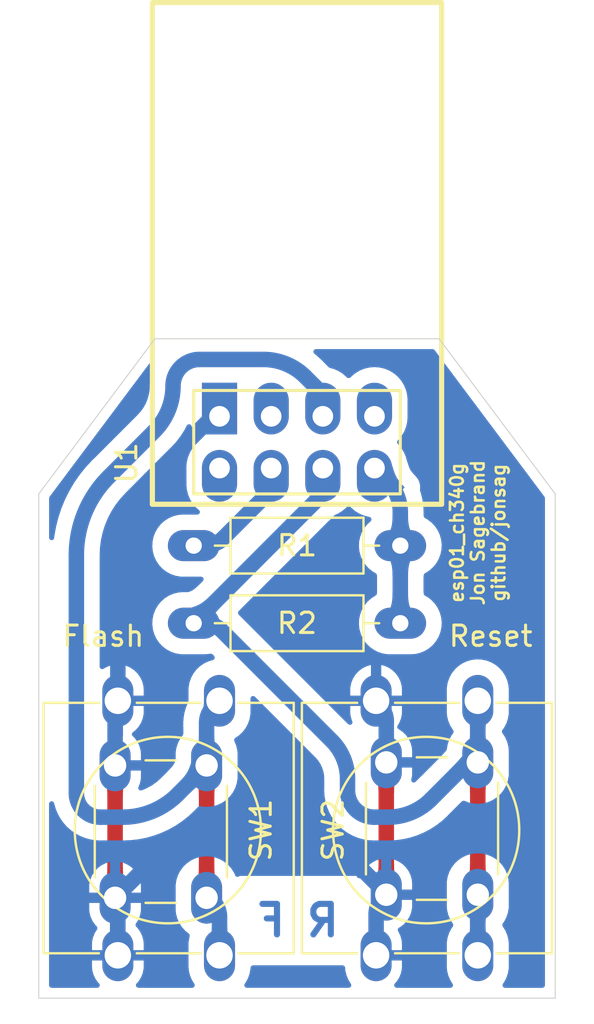
<source format=kicad_pcb>
(kicad_pcb (version 20240108) (generator "pcbnew") (generator_version "8.0")
  (title_block (title "esp-01_ch340g") (date "2022-10-23") (rev "0.1"))
  (layers (0 "F.Cu" signal) (31 "B.Cu" signal) (34 "B.Paste" user) (35 "F.Paste" user) (36 "B.SilkS" user "B.Silkscreen") (37 "F.SilkS" user "F.Silkscreen") (38 "B.Mask" user) (39 "F.Mask" user) (44 "Edge.Cuts" user))
  (net 0 "")
  (net 1 "Net-(R1-Pad2)")
  (net 2 "VCC")
  (net 3 "Net-(R2-Pad2)")
  (net 4 "GND")
  (net 5 "Net-(SW3-Pad1)")
  (footprint "My_Misc:R_Axial_DIN0207_L6.3mm_D2.5mm_P10.16mm_Horizontal_larger_pads" (layer "F.Cu") (at 162.56 81.915 180)
    (property "Reference" "R1" (at 5.08 0 0) (layer "F.SilkS"))
    (property "Value" "10k" (hide yes))
    (fp_line (start 9.12 0) (end 8.35 0) (stroke (width 0.12)) (layer "F.SilkS"))
    (fp_line (start 8.35 1.37) (end 8.35 -1.37) (stroke (width 0.12)) (layer "F.SilkS"))
    (fp_line (start 8.35 -1.37) (end 1.81 -1.37) (stroke (width 0.12)) (layer "F.SilkS"))
    (fp_line (start 1.81 1.37) (end 8.35 1.37) (stroke (width 0.12)) (layer "F.SilkS"))
    (fp_line (start 1.81 -1.37) (end 1.81 1.37) (stroke (width 0.12)) (layer "F.SilkS"))
    (fp_line (start 1.04 0) (end 1.81 0) (stroke (width 0.12)) (layer "F.SilkS"))
    (pad "1" thru_hole oval (at 0 0 180) (size 2.54 1.524) (drill 0.8) (layers "*.Cu" "*.Mask") (net 2 "VCC"))
    (pad "2" thru_hole oval (at 10.16 0 180) (size 2.54 1.524) (drill 0.8) (layers "*.Cu" "*.Mask") (net 1 "Net-(R1-Pad2)"))
  )
  (footprint "My_Misc:R_Axial_DIN0207_L6.3mm_D2.5mm_P10.16mm_Horizontal_larger_pads" (layer "F.Cu") (at 162.56 85.725 180)
    (property "Reference" "R2" (at 5.08 0 0) (layer "F.SilkS"))
    (property "Value" "10k" (hide yes))
    (fp_line (start 9.12 0) (end 8.35 0) (stroke (width 0.12)) (layer "F.SilkS"))
    (fp_line (start 8.35 1.37) (end 8.35 -1.37) (stroke (width 0.12)) (layer "F.SilkS"))
    (fp_line (start 8.35 -1.37) (end 1.81 -1.37) (stroke (width 0.12)) (layer "F.SilkS"))
    (fp_line (start 1.81 1.37) (end 8.35 1.37) (stroke (width 0.12)) (layer "F.SilkS"))
    (fp_line (start 1.81 -1.37) (end 1.81 1.37) (stroke (width 0.12)) (layer "F.SilkS"))
    (fp_line (start 1.04 0) (end 1.81 0) (stroke (width 0.12)) (layer "F.SilkS"))
    (pad "1" thru_hole oval (at 0 0 180) (size 2.54 1.524) (drill 0.8) (layers "*.Cu" "*.Mask") (net 2 "VCC"))
    (pad "2" thru_hole oval (at 10.16 0 180) (size 2.54 1.524) (drill 0.8) (layers "*.Cu" "*.Mask") (net 3 "Net-(R2-Pad2)"))
  )
  (footprint "My_Misc:SW_PUSH-12mm_large" (layer "F.Cu") (at 153.67 89.535 -90)
    (property "Reference" "SW1" (at 6.35 -2.03905 90) (layer "F.SilkS"))
    (property "Value" "Flash 12mm")
    (fp_line (start 0.1 8.65) (end 0.1 5.93) (stroke (width 0.12)) (layer "F.SilkS"))
    (fp_line (start 12.4 8.65) (end 0.1 8.65) (stroke (width 0.12)) (layer "F.SilkS"))
    (fp_line (start 12.4 5.93) (end 12.4 8.65) (stroke (width 0.12)) (layer "F.SilkS"))
    (fp_line (start 0.1 4.07) (end 0.1 0.93) (stroke (width 0.12)) (layer "F.SilkS"))
    (fp_line (start 12.4 0.93) (end 12.4 4.07) (stroke (width 0.12)) (layer "F.SilkS"))
    (fp_line (start 0.1 -0.93) (end 0.1 -3.65) (stroke (width 0.12)) (layer "F.SilkS"))
    (fp_line (start 0.1 -3.65) (end 12.4 -3.65) (stroke (width 0.12)) (layer "F.SilkS"))
    (fp_line (start 12.4 -3.65) (end 12.4 -0.93) (stroke (width 0.12)) (layer "F.SilkS"))
    (fp_circle (center 6.35 2.54) (end 10.16 5.08) (stroke (width 0.12)) (fill none) (layer "F.SilkS"))
    (pad "1" thru_hole oval (at 0 0 270) (size 2.54 1.524) (drill 1.3) (layers "*.Cu" "*.Mask") (net 5 "Net-(SW3-Pad1)"))
    (pad "1" thru_hole oval (at 12.5 0 270) (size 2.54 1.524) (drill 1.3) (layers "*.Cu" "*.Mask") (net 5 "Net-(SW3-Pad1)"))
    (pad "2" thru_hole oval (at 0 5 270) (size 2.54 1.524) (drill 1.3) (layers "*.Cu" "*.Mask") (net 4 "GND"))
    (pad "2" thru_hole oval (at 12.5 5 270) (size 2.54 1.524) (drill 1.3) (layers "*.Cu" "*.Mask") (net 4 "GND"))
  )
  (footprint "My_Misc:SW_PUSH-12mm_large" (layer "F.Cu") (at 166.37 89.535 -90)
    (property "Reference" "SW2" (at 6.35 7.11905 90) (layer "F.SilkS"))
    (property "Value" "Reset 12mm")
    (fp_line (start 0.1 8.65) (end 0.1 5.93) (stroke (width 0.12)) (layer "F.SilkS"))
    (fp_line (start 12.4 8.65) (end 0.1 8.65) (stroke (width 0.12)) (layer "F.SilkS"))
    (fp_line (start 12.4 5.93) (end 12.4 8.65) (stroke (width 0.12)) (layer "F.SilkS"))
    (fp_line (start 0.1 4.07) (end 0.1 0.93) (stroke (width 0.12)) (layer "F.SilkS"))
    (fp_line (start 12.4 0.93) (end 12.4 4.07) (stroke (width 0.12)) (layer "F.SilkS"))
    (fp_line (start 0.1 -0.93) (end 0.1 -3.65) (stroke (width 0.12)) (layer "F.SilkS"))
    (fp_line (start 0.1 -3.65) (end 12.4 -3.65) (stroke (width 0.12)) (layer "F.SilkS"))
    (fp_line (start 12.4 -3.65) (end 12.4 -0.93) (stroke (width 0.12)) (layer "F.SilkS"))
    (fp_circle (center 6.35 2.54) (end 10.16 5.08) (stroke (width 0.12)) (fill none) (layer "F.SilkS"))
    (pad "1" thru_hole oval (at 0 0 270) (size 2.54 1.524) (drill 1.3) (layers "*.Cu" "*.Mask") (net 3 "Net-(R2-Pad2)"))
    (pad "1" thru_hole oval (at 12.5 0 270) (size 2.54 1.524) (drill 1.3) (layers "*.Cu" "*.Mask") (net 3 "Net-(R2-Pad2)"))
    (pad "2" thru_hole oval (at 0 5 270) (size 2.54 1.524) (drill 1.3) (layers "*.Cu" "*.Mask") (net 4 "GND"))
    (pad "2" thru_hole oval (at 12.5 5 270) (size 2.54 1.524) (drill 1.3) (layers "*.Cu" "*.Mask") (net 4 "GND"))
  )
  (footprint "My_Arduino:ESP-01_w_pin_socket_large" (layer "F.Cu") (at 153.67 78.105 90)
    (property "Reference" "U1" (at 0.254 -4.572 90) (layer "F.SilkS"))
    (property "Value" "ESP-01")
    (fp_line (start 22.86 -3.302) (end 22.86 10.922) (stroke (width 0.254)) (layer "F.SilkS"))
    (fp_line (start -1.778 -3.302) (end 22.86 -3.302) (stroke (width 0.254)) (layer "F.SilkS"))
    (fp_line (start 3.81 -1.27) (end 1.27 -1.27) (stroke (width 0.1524)) (layer "F.SilkS"))
    (fp_line (start 1.27 -1.27) (end -1.27 -1.27) (stroke (width 0.1524)) (layer "F.SilkS"))
    (fp_line (start -1.27 -1.27) (end -1.27 1.27) (stroke (width 0.1524)) (layer "F.SilkS"))
    (fp_line (start -1.27 1.27) (end -1.27 8.89) (stroke (width 0.1524)) (layer "F.SilkS"))
    (fp_line (start 3.81 8.89) (end 3.81 -1.27) (stroke (width 0.1524)) (layer "F.SilkS"))
    (fp_line (start -1.27 8.89) (end 3.81 8.89) (stroke (width 0.1524)) (layer "F.SilkS"))
    (fp_line (start 22.86 10.922) (end -1.778 10.922) (stroke (width 0.254)) (layer "F.SilkS"))
    (fp_line (start -1.778 10.922) (end -1.778 -3.302) (stroke (width 0.254)) (layer "F.SilkS"))
    (pad "1" thru_hole rect (at 2.54 0 90) (size 2.54 1.7272) (drill 1.016 (offset 0.381 0)) (layers "*.Cu" "*.Mask") (net 4 "GND"))
    (pad "2" thru_hole oval (at 0 0 90) (size 2.54 1.7272) (drill 1.016 (offset -0.381 0)) (layers "*.Cu" "*.Mask"))
    (pad "3" thru_hole oval (at 2.54 2.54 90) (size 2.54 1.7272) (drill 1.016 (offset 0.381 0)) (layers "*.Cu" "*.Mask"))
    (pad "4" thru_hole oval (at 0 2.54 90) (size 2.54 1.7272) (drill 1.016 (offset -0.381 0)) (layers "*.Cu" "*.Mask") (net 1 "Net-(R1-Pad2)"))
    (pad "5" thru_hole oval (at 2.54 5.08 90) (size 2.54 1.7272) (drill 1.016 (offset 0.381 0)) (layers "*.Cu" "*.Mask") (net 5 "Net-(SW3-Pad1)"))
    (pad "6" thru_hole oval (at 0 5.08 90) (size 2.54 1.7272) (drill 1.016 (offset -0.381 0)) (layers "*.Cu" "*.Mask") (net 3 "Net-(R2-Pad2)"))
    (pad "7" thru_hole oval (at 2.54 7.62 90) (size 2.54 1.7272) (drill 1.016 (offset 0.381 0)) (layers "*.Cu" "*.Mask"))
    (pad "8" thru_hole oval (at 0 7.62 90) (size 2.54 1.7272) (drill 1.016 (offset -0.381 0)) (layers "*.Cu" "*.Mask") (net 2 "VCC"))
  )
  (footprint "My_Misc:SW_PUSH_6mm_large" (layer "F.Cu") (at 153.035 92.71 -90)
    (property "Reference" "SW3" (hide yes))
    (property "Value" "Flash 6mm" (hide yes))
    (fp_line (start 1 5.5) (end 5.5 5.5) (stroke (width 0.12)) (layer "F.SilkS"))
    (fp_line (start 6.75 3) (end 6.75 1.5) (stroke (width 0.12)) (layer "F.SilkS"))
    (fp_line (start -0.25 1.5) (end -0.25 3) (stroke (width 0.12)) (layer "F.SilkS"))
    (fp_line (start 5.5 -1) (end 1 -1) (stroke (width 0.12)) (layer "F.SilkS"))
    (pad "1" thru_hole oval (at 0 0) (size 1.524 2.54) (drill 1.1) (layers "*.Cu" "*.Mask") (net 5 "Net-(SW3-Pad1)"))
    (pad "1" thru_hole oval (at 6.5 0) (size 1.524 2.54) (drill 1.1) (layers "*.Cu" "*.Mask") (net 5 "Net-(SW3-Pad1)"))
    (pad "2" thru_hole oval (at 0 4.5) (size 1.524 2.54) (drill 1.1) (layers "*.Cu" "*.Mask") (net 4 "GND"))
    (pad "2" thru_hole oval (at 6.5 4.5) (size 1.524 2.54) (drill 1.1) (layers "*.Cu" "*.Mask") (net 4 "GND"))
  )
  (footprint "My_Misc:SW_PUSH_6mm_large" (layer "F.Cu") (at 166.37 92.56 -90)
    (property "Reference" "SW4" (hide yes))
    (property "Value" "Reset 6mm" (hide yes))
    (fp_line (start 1 5.5) (end 5.5 5.5) (stroke (width 0.12)) (layer "F.SilkS"))
    (fp_line (start 6.75 3) (end 6.75 1.5) (stroke (width 0.12)) (layer "F.SilkS"))
    (fp_line (start -0.25 1.5) (end -0.25 3) (stroke (width 0.12)) (layer "F.SilkS"))
    (fp_line (start 5.5 -1) (end 1 -1) (stroke (width 0.12)) (layer "F.SilkS"))
    (pad "1" thru_hole oval (at 0 0) (size 1.524 2.54) (drill 1.1) (layers "*.Cu" "*.Mask") (net 3 "Net-(R2-Pad2)"))
    (pad "1" thru_hole oval (at 6.5 0) (size 1.524 2.54) (drill 1.1) (layers "*.Cu" "*.Mask") (net 3 "Net-(R2-Pad2)"))
    (pad "2" thru_hole oval (at 0 4.5) (size 1.524 2.54) (drill 1.1) (layers "*.Cu" "*.Mask") (net 4 "GND"))
    (pad "2" thru_hole oval (at 6.5 4.5) (size 1.524 2.54) (drill 1.1) (layers "*.Cu" "*.Mask") (net 4 "GND"))
  )
  (gr_line (start 144.78 79.375) (end 144.78 104.14) (stroke (width 0.05)) (layer "Edge.Cuts"))
  (gr_line (start 150.495 71.755) (end 144.78 79.375) (stroke (width 0.05)) (layer "Edge.Cuts"))
  (gr_line (start 144.78 104.14) (end 170.18 104.14) (stroke (width 0.05)) (layer "Edge.Cuts"))
  (gr_line (start 170.18 79.375) (end 164.465 71.755) (stroke (width 0.05)) (layer "Edge.Cuts"))
  (gr_line (start 170.18 104.14) (end 170.18 80.01) (stroke (width 0.05)) (layer "Edge.Cuts"))
  (gr_line (start 170.18 80.01) (end 170.18 79.375) (stroke (width 0.05)) (layer "Edge.Cuts"))
  (gr_line (start 164.465 71.755) (end 150.495 71.755) (stroke (width 0.05)) (layer "Edge.Cuts"))
  (gr_text "F" (at 156.21 100.33 0) (layer "B.Cu") (effects (font (size 1.5 1.5) (thickness 0.3)) (justify mirror)))
  (gr_text "R" (at 158.75 100.33 0) (layer "B.Cu") (effects (font (size 1.5 1.5) (thickness 0.3)) (justify mirror)))
  (gr_text "Flash" (at 147.955 86.36 0) (layer "F.SilkS") (effects (font (size 1 1))))
  (gr_text "esp01_ch340g\nJon Sagebrand\ngithub/jonsag" (at 166.37 81.28 90) (layer "F.SilkS") (effects (font (size 0.635 0.635) (thickness 0.127))))
  (gr_text "Reset" (at 167.005 86.36 0) (layer "F.SilkS") (effects (font (size 1 1))))
  (segment (start 152.942241 81.915) (end 152.4 81.915) (width 0.762) (layer "B.Cu") (net 1))
  (segment (start 155.826577 79.572904) (end 153.867904 81.531577) (width 0.762) (layer "B.Cu") (net 1))
  (segment (start 156.21 78.647241) (end 156.21 78.105) (width 0.762) (layer "B.Cu") (net 1))
  (arc (start 156.21 78.647241) (mid 156.110351 79.148206) (end 155.826577 79.572904) (width 0.762) (layer "B.Cu") (net 1))
  (arc (start 153.867904 81.531577) (mid 153.443206 81.815351) (end 152.942241 81.915) (width 0.762) (layer "B.Cu") (net 1))
  (segment (start 161.925 78.74) (end 161.29 78.105) (width 0.762) (layer "B.Cu") (net 2))
  (segment (start 162.56 80.645) (end 162.56 80.273025) (width 0.762) (layer "B.Cu") (net 2))
  (segment (start 162.56 80.645) (end 162.56 83.185) (width 0.762) (layer "B.Cu") (net 2))
  (segment (start 162.56 83.185) (end 162.56 85.725) (width 0.762) (layer "B.Cu") (net 2))
  (arc (start 161.925 78.74) (mid 162.394968 79.443357) (end 162.56 80.273025) (width 0.762) (layer "B.Cu") (net 2))
  (segment (start 166.37 92.56) (end 166.37 99.06) (width 0.762) (layer "F.Cu") (net 3))
  (segment (start 161.963949 95.25) (end 161.275546 95.25) (width 0.762) (layer "B.Cu") (net 3))
  (segment (start 166.37 102.035) (end 166.37 99.06) (width 0.762) (layer "B.Cu") (net 3))
  (segment (start 159.96548 93.939933) (end 159.96548 93.37853) (width 0.762) (layer "B.Cu") (net 3))
  (segment (start 158.75 78.74) (end 158.75 78.105) (width 0.762) (layer "B.Cu") (net 3))
  (segment (start 164.065484 94.379515) (end 166.37 92.075) (width 0.762) (layer "B.Cu") (net 3))
  (segment (start 159.184798 91.493798) (end 153.77521 86.08421) (width 0.762) (layer "B.Cu") (net 3))
  (segment (start 158.300987 79.824012) (end 152.75921 85.365789) (width 0.762) (layer "B.Cu") (net 3))
  (segment (start 166.37 92.56) (end 166.37 89.535) (width 0.762) (layer "B.Cu") (net 3))
  (arc (start 152.75921 85.365789) (mid 152.713596 85.595103) (end 152.908 85.725) (width 0.762) (layer "B.Cu") (net 3))
  (arc (start 159.96548 93.939933) (mid 160.065202 94.441274) (end 160.349189 94.86629) (width 0.762) (layer "B.Cu") (net 3))
  (arc (start 158.75 78.74) (mid 158.633305 79.326663) (end 158.300987 79.824012) (width 0.762) (layer "B.Cu") (net 3))
  (arc (start 153.77521 86.08421) (mid 153.37733 85.818355) (end 152.908 85.725) (width 0.762) (layer "B.Cu") (net 3))
  (arc (start 160.349189 94.86629) (mid 160.774205 95.150277) (end 161.275546 95.25) (width 0.762) (layer "B.Cu") (net 3))
  (arc (start 164.065484 94.379515) (mid 163.101291 95.023768) (end 161.963949 95.25) (width 0.762) (layer "B.Cu") (net 3))
  (arc (start 159.184798 91.493798) (mid 159.762587 92.35852) (end 159.96548 93.37853) (width 0.762) (layer "B.Cu") (net 3))
  (segment (start 148.535 98.966109) (end 148.535 92.71) (width 0.762) (layer "F.Cu") (net 4))
  (segment (start 161.8975 99.0325) (end 161.925 99.06) (width 0.762) (layer "F.Cu") (net 4))
  (segment (start 148.5625 99.0325) (end 148.59 99.06) (width 0.762) (layer "F.Cu") (net 4))
  (segment (start 161.87 98.966109) (end 161.87 92.56) (width 0.762) (layer "F.Cu") (net 4))
  (arc (start 161.87 98.966109) (mid 161.877147 99.002039) (end 161.8975 99.0325) (width 0.762) (layer "F.Cu") (net 4))
  (arc (start 148.535 98.966109) (mid 148.542147 99.002039) (end 148.5625 99.0325) (width 0.762) (layer "F.Cu") (net 4))
  (segment (start 148.535 89.62889) (end 148.535 92.71) (width 0.762) (layer "B.Cu") (net 4))
  (segment (start 161.37 100.007444) (end 161.37 102.035) (width 0.762) (layer "B.Cu") (net 4))
  (segment (start 161.58 89.825) (end 161.29 89.535) (width 0.762) (layer "B.Cu") (net 4))
  (segment (start 148.67 99.196568) (end 148.67 102.035) (width 0.762) (layer "B.Cu") (net 4))
  (segment (start 153.233503 75.679014) (end 150.263792 78.648725) (width 0.762) (layer "B.Cu") (net 4))
  (segment (start 149.74126 98.00374) (end 148.535 99.21) (width 0.762) (layer "B.Cu") (net 4))
  (segment (start 153.508759 75.565) (end 153.67 75.565) (width 0.762) (layer "B.Cu") (net 4))
  (segment (start 161.87 90.525121) (end 161.87 92.56) (width 0.762) (layer "B.Cu") (net 4))
  (segment (start 148.67 82.496481) (end 148.67 89.535) (width 0.762) (layer "B.Cu") (net 4))
  (segment (start 160.79374 97.92874) (end 161.6475 98.7825) (width 0.762) (layer "B.Cu") (net 4))
  (segment (start 148.63 99.1) (end 148.59 99.06) (width 0.762) (layer "B.Cu") (net 4))
  (segment (start 148.5625 89.5625) (end 148.59 89.535) (width 0.762) (layer "B.Cu") (net 4))
  (segment (start 158.062636 96.79748) (end 152.653429 96.79748) (width 0.762) (layer "B.Cu") (net 4))
  (arc (start 152.653429 96.79748) (mid 151.077374 97.110976) (end 149.74126 98.00374) (width 0.762) (layer "B.Cu") (net 4))
  (arc (start 161.6475 98.7825) (mid 161.762444 99.06) (end 161.6475 99.3375) (width 0.762) (layer "B.Cu") (net 4))
  (arc (start 148.5625 89.5625) (mid 148.542147 89.59296) (end 148.535 89.62889) (width 0.762) (layer "B.Cu") (net 4))
  (arc (start 161.6475 99.3375) (mid 161.442119 99.644872) (end 161.37 100.007444) (width 0.762) (layer "B.Cu") (net 4))
  (arc (start 150.263792 78.648725) (mid 149.084213 80.41409) (end 148.67 82.496481) (width 0.762) (layer "B.Cu") (net 4))
  (arc (start 160.79374 97.92874) (mid 159.540698 97.091484) (end 158.062636 96.79748) (width 0.762) (layer "B.Cu") (net 4))
  (arc (start 161.58 89.825) (mid 161.794631 90.146218) (end 161.87 90.525121) (width 0.762) (layer "B.Cu") (net 4))
  (arc (start 148.63 99.1) (mid 148.659604 99.144305) (end 148.67 99.196568) (width 0.762) (layer "B.Cu") (net 4))
  (arc (start 153.508759 75.565) (mid 153.359791 75.594631) (end 153.233503 75.679014) (width 0.762) (layer "B.Cu") (net 4))
  (segment (start 153.035 92.71) (end 153.035 99.06) (width 0.762) (layer "F.Cu") (net 5))
  (segment (start 150.463234 76.294701) (end 148.224272 78.533663) (width 0.762) (layer "B.Cu") (net 5))
  (segment (start 158.75 75.022759) (end 158.75 75.565) (width 0.762) (layer "B.Cu") (net 5))
  (segment (start 153.035 91.44) (end 153.035 90.619012) (width 0.762) (layer "B.Cu") (net 5))
  (segment (start 148.9075 95.25) (end 147.807564 95.25) (width 0.762) (layer "B.Cu") (net 5))
  (segment (start 153.67 100.144012) (end 153.67 102.035) (width 0.762) (layer "B.Cu") (net 5))
  (segment (start 146.63048 94.072915) (end 146.63048 82.381419) (width 0.762) (layer "B.Cu") (net 5))
  (segment (start 155.832505 72.771489) (end 152.684979 72.771489) (width 0.762) (layer "B.Cu") (net 5))
  (segment (start 157.895485 73.626003) (end 158.366577 74.097095) (width 0.762) (layer "B.Cu") (net 5))
  (segment (start 152.136974 93.608025) (end 151.617532 94.127467) (width 0.762) (layer "B.Cu") (net 5))
  (segment (start 153.3525 89.8525) (end 153.67 89.535) (width 0.762) (layer "B.Cu") (net 5))
  (segment (start 153.3525 99.3775) (end 153.035 99.06) (width 0.762) (layer "B.Cu") (net 5))
  (arc (start 146.63048 94.072915) (mid 146.72008 94.523366) (end 146.97524 94.90524) (width 0.762) (layer "B.Cu") (net 5))
  (arc (start 146.97524 94.90524) (mid 147.357113 95.160399) (end 147.807564 95.25) (width 0.762) (layer "B.Cu") (net 5))
  (arc (start 152.684979 72.771489) (mid 151.764702 73.15268) (end 151.383511 74.072957) (width 0.762) (layer "B.Cu") (net 5))
  (arc (start 157.895485 73.626003) (mid 156.948981 72.993569) (end 155.832505 72.771489) (width 0.762) (layer "B.Cu") (net 5))
  (arc (start 153.035 91.44) (mid 152.80161 92.613326) (end 152.136974 93.608025) (width 0.762) (layer "B.Cu") (net 5))
  (arc (start 153.3525 89.8525) (mid 153.117515 90.204178) (end 153.035 90.619012) (width 0.762) (layer "B.Cu") (net 5))
  (arc (start 153.3525 99.3775) (mid 153.587484 99.729178) (end 153.67 100.144012) (width 0.762) (layer "B.Cu") (net 5))
  (arc (start 148.224272 78.533663) (mid 147.044693 80.299028) (end 146.63048 82.381419) (width 0.762) (layer "B.Cu") (net 5))
  (arc (start 158.366577 74.097095) (mid 158.650351 74.521793) (end 158.75 75.022759) (width 0.762) (layer "B.Cu") (net 5))
  (arc (start 151.383511 74.072957) (mid 151.144338 75.275356) (end 150.463234 76.294701) (width 0.762) (layer "B.Cu") (net 5))
  (arc (start 151.617532 94.127467) (mid 150.374158 94.958263) (end 148.9075 95.25) (width 0.762) (layer "B.Cu") (net 5))
  (zone (net 4) (net_name "GND") (layer "F.Cu") (priority 16962) (connect_pads yes (clearance 0)) (min_thickness 0.0254) (fill yes (thermal_gap 0.508) (thermal_bridge_width 0.508))
    (polygon (pts (xy 161.489 97.533) (xy 161.48627 97.704293) (xy 161.47794 97.851406) (xy 161.463798 97.979088) (xy 161.44363 98.092091) (xy 161.417225 98.195164) (xy 161.38437 98.293058) (xy 161.344852 98.390523) (xy 161.298459 98.492311) (xy 161.244979 98.60317) (xy 161.1842 98.727852) (xy 161.87 99.441) (xy 162.5558 98.727852) (xy 162.49502 98.60317) (xy 162.44154 98.492311) (xy 162.395147 98.390523) (xy 162.355629 98.293058) (xy 162.322774 98.195164) (xy 162.296369 98.092091) (xy 162.276201 97.979088) (xy 162.262059 97.851406) (xy 162.253729 97.704293) (xy 162.251 97.533)))
  )
  (zone (net 5) (net_name "Net-(SW3-Pad1)") (layer "F.Cu") (priority 16962) (connect_pads yes (clearance 0)) (min_thickness 0.0254) (fill yes (thermal_gap 0.508) (thermal_bridge_width 0.508))
    (polygon (pts (xy 152.654 97.678) (xy 152.651293 97.849975) (xy 152.643022 97.997689) (xy 152.628958 98.125907) (xy 152.608874 98.239395) (xy 152.582542 98.342918) (xy 152.549735 98.441242) (xy 152.510224 98.539132) (xy 152.463784 98.641353) (xy 152.410184 98.752671) (xy 152.3492 98.877852) (xy 153.035 99.591) (xy 153.7208 98.877852) (xy 153.659815 98.752671) (xy 153.606215 98.641353) (xy 153.559775 98.539132) (xy 153.520264 98.441242) (xy 153.487457 98.342918) (xy 153.461125 98.239395) (xy 153.441041 98.125907) (xy 153.426977 97.997689) (xy 153.418706 97.849975) (xy 153.416 97.678)))
  )
  (zone (net 4) (net_name "GND") (layer "F.Cu") (priority 16962) (connect_pads yes (clearance 0)) (min_thickness 0.0254) (fill yes (thermal_gap 0.508) (thermal_bridge_width 0.508))
    (polygon (pts (xy 148.916 94.232) (xy 148.918752 94.061387) (xy 148.92714 93.914876) (xy 148.941361 93.787729) (xy 148.961612 93.675212) (xy 148.988091 93.572589) (xy 149.020994 93.475125) (xy 149.06052 93.378084) (xy 149.106864 93.276731) (xy 149.160225 93.166331) (xy 149.2208 93.042148) (xy 148.535 92.329) (xy 147.8492 93.042148) (xy 147.909774 93.166331) (xy 147.963135 93.276731) (xy 148.009479 93.378084) (xy 148.049005 93.475125) (xy 148.081908 93.572589) (xy 148.108387 93.675212) (xy 148.128638 93.787729) (xy 148.142859 93.914876) (xy 148.151247 94.061387) (xy 148.154 94.232)))
  )
  (zone (net 4) (net_name "GND") (layer "F.Cu") (priority 16962) (connect_pads yes (clearance 0)) (min_thickness 0.0254) (fill yes (thermal_gap 0.508) (thermal_bridge_width 0.508))
    (polygon (pts (xy 148.154 97.683) (xy 148.15127 97.854293) (xy 148.14294 98.001406) (xy 148.128798 98.129088) (xy 148.10863 98.242091) (xy 148.082225 98.345164) (xy 148.04937 98.443058) (xy 148.009852 98.540523) (xy 147.963459 98.642311) (xy 147.909979 98.75317) (xy 147.8492 98.877852) (xy 148.535 99.591) (xy 149.2208 98.877852) (xy 149.16002 98.75317) (xy 149.10654 98.642311) (xy 149.060147 98.540523) (xy 149.020629 98.443058) (xy 148.987774 98.345164) (xy 148.961369 98.242091) (xy 148.941201 98.129088) (xy 148.927059 98.001406) (xy 148.918729 97.854293) (xy 148.916 97.683)))
  )
  (zone (net 5) (net_name "Net-(SW3-Pad1)") (layer "F.Cu") (priority 16962) (connect_pads yes (clearance 0)) (min_thickness 0.0254) (fill yes (thermal_gap 0.508) (thermal_bridge_width 0.508))
    (polygon (pts (xy 153.416 94.232) (xy 153.418752 94.061387) (xy 153.42714 93.914876) (xy 153.441361 93.787729) (xy 153.461612 93.675212) (xy 153.488091 93.572589) (xy 153.520994 93.475125) (xy 153.56052 93.378084) (xy 153.606864 93.276731) (xy 153.660225 93.166331) (xy 153.7208 93.042148) (xy 153.035 92.329) (xy 152.3492 93.042148) (xy 152.409774 93.166331) (xy 152.463135 93.276731) (xy 152.509479 93.378084) (xy 152.549005 93.475125) (xy 152.581908 93.572589) (xy 152.608387 93.675212) (xy 152.628638 93.787729) (xy 152.642859 93.914876) (xy 152.651247 94.061387) (xy 152.654 94.232)))
  )
  (zone (net 3) (net_name "Net-(R2-Pad2)") (layer "F.Cu") (priority 16962) (connect_pads yes (clearance 0)) (min_thickness 0.0254) (fill yes (thermal_gap 0.508) (thermal_bridge_width 0.508))
    (polygon (pts (xy 165.989 97.538) (xy 165.986247 97.708612) (xy 165.977859 97.855123) (xy 165.963638 97.98227) (xy 165.943387 98.094787) (xy 165.916908 98.19741) (xy 165.884005 98.294874) (xy 165.844479 98.391915) (xy 165.798135 98.493268) (xy 165.744774 98.603668) (xy 165.6842 98.727852) (xy 166.37 99.441) (xy 167.0558 98.727852) (xy 166.995225 98.603668) (xy 166.941864 98.493268) (xy 166.89552 98.391915) (xy 166.855994 98.294874) (xy 166.823091 98.19741) (xy 166.796612 98.094787) (xy 166.776361 97.98227) (xy 166.76214 97.855123) (xy 166.753752 97.708612) (xy 166.751 97.538)))
  )
  (zone (net 3) (net_name "Net-(R2-Pad2)") (layer "F.Cu") (priority 16962) (connect_pads yes (clearance 0)) (min_thickness 0.0254) (fill yes (thermal_gap 0.508) (thermal_bridge_width 0.508))
    (polygon (pts (xy 166.751 94.082) (xy 166.753752 93.911387) (xy 166.76214 93.764876) (xy 166.776361 93.637729) (xy 166.796612 93.525212) (xy 166.823091 93.422589) (xy 166.855994 93.325125) (xy 166.89552 93.228084) (xy 166.941864 93.126731) (xy 166.995225 93.016331) (xy 167.0558 92.892148) (xy 166.37 92.179) (xy 165.6842 92.892148) (xy 165.744774 93.016331) (xy 165.798135 93.126731) (xy 165.844479 93.228084) (xy 165.884005 93.325125) (xy 165.916908 93.422589) (xy 165.943387 93.525212) (xy 165.963638 93.637729) (xy 165.977859 93.764876) (xy 165.986247 93.911387) (xy 165.989 94.082)))
  )
  (zone (net 4) (net_name "GND") (layer "F.Cu") (priority 16962) (connect_pads yes (clearance 0)) (min_thickness 0.0254) (fill yes (thermal_gap 0.508) (thermal_bridge_width 0.508))
    (polygon (pts (xy 162.251 94.082) (xy 162.253752 93.911387) (xy 162.26214 93.764876) (xy 162.276361 93.637729) (xy 162.296612 93.525212) (xy 162.323091 93.422589) (xy 162.355994 93.325125) (xy 162.39552 93.228084) (xy 162.441864 93.126731) (xy 162.495225 93.016331) (xy 162.5558 92.892148) (xy 161.87 92.179) (xy 161.1842 92.892148) (xy 161.244774 93.016331) (xy 161.298135 93.126731) (xy 161.344479 93.228084) (xy 161.384005 93.325125) (xy 161.416908 93.422589) (xy 161.443387 93.525212) (xy 161.463638 93.637729) (xy 161.477859 93.764876) (xy 161.486247 93.911387) (xy 161.489 94.082)))
  )
  (zone (net 0) (net_name "") (layer "B.Cu") (connect_pads (clearance 0.508)) (min_thickness 0.254) (fill yes (thermal_gap 0.508) (thermal_bridge_width 0.508))
    (polygon (pts (xy 172.085 79.375) (xy 172.085 105.41) (xy 142.875 105.41) (xy 142.875 78.74) (xy 149.225 70.485) (xy 165.735 70.485)))
  )
  (zone (net 4) (net_name "GND") (layer "B.Cu") (connect_pads (clearance 0.508)) (min_thickness 0.254) (fill yes (thermal_gap 0.508) (thermal_bridge_width 0.508))
    (polygon (pts (xy 170.815 79.375) (xy 170.815 104.775) (xy 144.145 104.775) (xy 144.145 78.74) (xy 149.86 71.12) (xy 165.1 71.12)))
  )
  (zone (net 3) (net_name "Net-(R2-Pad2)") (layer "B.Cu") (priority 16962) (connect_pads yes (clearance 0)) (min_thickness 0.0254) (fill yes (thermal_gap 0.508) (thermal_bridge_width 0.508))
    (polygon (pts (xy 165.563192 93.420624) (xy 165.620982 93.366151) (xy 165.6757 93.321676) (xy 165.728206 93.286772) (xy 165.779358 93.261017) (xy 165.830017 93.243984) (xy 165.881041 93.235249) (xy 165.933289 93.234388) (xy 165.987622 93.240975) (xy 166.044897 93.254586) (xy 166.105976 93.274797) (xy 166.749201 92.523025) (xy 165.831185 92.021185) (xy 165.738776 92.1151) (xy 165.65919 92.198775) (xy 165.588597 92.275396) (xy 165.523164 92.348147) (xy 165.459061 92.420215) (xy 165.392455 92.494786) (xy 165.319515 92.575045) (xy 165.236409 92.664177) (xy 165.139307 92.76537) (xy 165.024376 92.881808)))
  )
  (zone (net 5) (net_name "Net-(SW3-Pad1)") (layer "B.Cu") (priority 16962) (connect_pads yes (clearance 0)) (min_thickness 0.0254) (fill yes (thermal_gap 0.508) (thermal_bridge_width 0.508))
    (polygon (pts (xy 153.416 90.803974) (xy 153.422509 90.700668) (xy 153.441383 90.613129) (xy 153.471644 90.539476) (xy 153.512313 90.477831) (xy 153.562411 90.426311) (xy 153.620958 90.383037) (xy 153.686977 90.346129) (xy 153.759487 90.313707) (xy 153.837511 90.283889) (xy 153.920069 90.254798) (xy 153.939407 89.265593) (xy 152.908 89.535) (xy 152.900888 89.678851) (xy 152.881584 89.803634) (xy 152.853135 89.915088) (xy 152.818592 90.01895) (xy 152.781 90.120956) (xy 152.743408 90.226845) (xy 152.708864 90.342354) (xy 152.680416 90.47322) (xy 152.661112 90.62518) (xy 152.654 90.803974)))
  )
  (zone (net 3) (net_name "Net-(R2-Pad2)") (layer "B.Cu") (priority 16962) (connect_pads yes (clearance 0)) (min_thickness 0.0254) (fill yes (thermal_gap 0.508) (thermal_bridge_width 0.508))
    (polygon (pts (xy 153.206808 84.379376) (xy 153.084221 84.49807) (xy 152.97469 84.595738) (xy 152.874728 84.675589) (xy 152.780847 84.740831) (xy 152.689559 84.794673) (xy 152.597375 84.840324) (xy 152.500808 84.880994) (xy 152.39637 84.91989) (xy 152.280574 84.960223) (xy 152.149931 85.005202) (xy 152.130593 85.994407) (xy 153.119798 85.975069) (xy 153.164776 85.844425) (xy 153.205109 85.728629) (xy 153.244005 85.624191) (xy 153.284675 85.527624) (xy 153.330326 85.43544) (xy 153.384168 85.344152) (xy 153.44941 85.250271) (xy 153.529261 85.150309) (xy 153.626929 85.040778) (xy 153.745624 84.918192)))
  )
  (zone (net 5) (net_name "Net-(SW3-Pad1)") (layer "B.Cu") (priority 16962) (connect_pads yes (clearance 0)) (min_thickness 0.0254) (fill yes (thermal_gap 0.508) (thermal_bridge_width 0.508))
    (polygon (pts (xy 158.021597 74.29093) (xy 158.101805 74.384329) (xy 158.154008 74.474445) (xy 158.181615 74.562208) (xy 158.188038 74.648543) (xy 158.176689 74.734381) (xy 158.150979 74.820647) (xy 158.11432 74.908271) (xy 158.070122 74.99818) (xy 158.021798 75.091302) (xy 157.97276 75.188566) (xy 158.75 75.9968) (xy 159.360657 74.954343) (xy 159.250162 74.832593) (xy 159.165463 74.717343) (xy 159.099426 74.606284) (xy 159.044916 74.497104) (xy 158.994798 74.387493) (xy 158.94194 74.275141) (xy 158.879206 74.157738) (xy 158.799463 74.032972) (xy 158.695576 73.898535) (xy 158.560412 73.752115)))
  )
  (zone (net 3) (net_name "Net-(R2-Pad2)") (layer "B.Cu") (priority 16962) (connect_pads yes (clearance 0)) (min_thickness 0.0254) (fill yes (thermal_gap 0.508) (thermal_bridge_width 0.508))
    (polygon (pts (xy 166.751 100.582) (xy 166.753752 100.411387) (xy 166.76214 100.264876) (xy 166.776361 100.137729) (xy 166.796612 100.025212) (xy 166.823091 99.922589) (xy 166.855994 99.825125) (xy 166.89552 99.728084) (xy 166.941864 99.626731) (xy 166.995225 99.516331) (xy 167.0558 99.392148) (xy 166.37 98.679) (xy 165.6842 99.392148) (xy 165.744774 99.516331) (xy 165.798135 99.626731) (xy 165.844479 99.728084) (xy 165.884005 99.825125) (xy 165.916908 99.922589) (xy 165.943387 100.025212) (xy 165.963638 100.137729) (xy 165.977859 100.264876) (xy 165.986247 100.411387) (xy 165.989 100.582)))
  )
  (zone (net 3) (net_name "Net-(R2-Pad2)") (layer "B.Cu") (priority 16962) (connect_pads yes (clearance 0)) (min_thickness 0.0254) (fill yes (thermal_gap 0.508) (thermal_bridge_width 0.508))
    (polygon (pts (xy 165.989 100.513) (xy 165.986247 100.683612) (xy 165.977859 100.830123) (xy 165.963638 100.95727) (xy 165.943387 101.069787) (xy 165.916908 101.17241) (xy 165.884005 101.269874) (xy 165.844479 101.366915) (xy 165.798135 101.468268) (xy 165.744774 101.578668) (xy 165.6842 101.702852) (xy 166.37 102.416) (xy 167.0558 101.702852) (xy 166.995225 101.578668) (xy 166.941864 101.468268) (xy 166.89552 101.366915) (xy 166.855994 101.269874) (xy 166.823091 101.17241) (xy 166.796612 101.069787) (xy 166.776361 100.95727) (xy 166.76214 100.830123) (xy 166.753752 100.683612) (xy 166.751 100.513)))
  )
  (zone (net 5) (net_name "Net-(SW3-Pad1)") (layer "B.Cu") (priority 16962) (connect_pads yes (clearance 0)) (min_thickness 0.0254) (fill yes (thermal_gap 0.508) (thermal_bridge_width 0.508))
    (polygon (pts (xy 154.051 100.328974) (xy 154.043888 100.170621) (xy 154.024584 100.036353) (xy 153.996135 99.921011) (xy 153.961592 99.819433) (xy 153.924 99.726457) (xy 153.886408 99.636925) (xy 153.851864 99.545673) (xy 153.823416 99.447542) (xy 153.804112 99.337372) (xy 153.797 99.21) (xy 152.725935 98.987202) (xy 152.9034 99.960549) (xy 152.965255 99.972617) (xy 153.024188 99.987413) (xy 153.079352 100.005977) (xy 153.129903 100.029353) (xy 153.174995 100.05858) (xy 153.213783 100.094702) (xy 153.245423 100.138761) (xy 153.269069 100.191798) (xy 153.283876 100.254855) (xy 153.289 100.328974)))
  )
  (zone (net 5) (net_name "Net-(SW3-Pad1)") (layer "B.Cu") (priority 16962) (connect_pads yes (clearance 0)) (min_thickness 0.0254) (fill yes (thermal_gap 0.508) (thermal_bridge_width 0.508))
    (polygon (pts (xy 152.228192 94.055624) (xy 152.350778 93.936929) (xy 152.460309 93.839261) (xy 152.560271 93.75941) (xy 152.654152 93.694168) (xy 152.74544 93.640326) (xy 152.837624 93.594675) (xy 152.934191 93.554005) (xy 153.038629 93.515109) (xy 153.154425 93.474776) (xy 153.285069 93.429798) (xy 153.304407 92.440593) (xy 152.315202 92.459931) (xy 152.270223 92.590574) (xy 152.22989 92.70637) (xy 152.190994 92.810808) (xy 152.150324 92.907375) (xy 152.104673 92.999559) (xy 152.050831 93.090847) (xy 151.985589 93.184728) (xy 151.905738 93.28469) (xy 151.80807 93.394221) (xy 151.689376 93.516808)))
  )
  (zone (net 2) (net_name "VCC") (layer "B.Cu") (priority 16962) (connect_pads yes (clearance 0)) (min_thickness 0.0254) (fill yes (thermal_gap 0.508) (thermal_bridge_width 0.508))
    (polygon (pts (xy 162.778176 79.05436) (xy 162.643814 78.913903) (xy 162.535763 78.787783) (xy 162.449749 78.672057) (xy 162.381499 78.562778) (xy 162.326741 78.456002) (xy 162.281201 78.347784) (xy 162.240607 78.234178) (xy 162.200686 78.11124) (xy 162.157165 77.975025) (xy 162.105771 77.821588) (xy 160.984672 77.799672) (xy 161.006588 78.920771) (xy 161.160025 78.972165) (xy 161.29624 79.015686) (xy 161.419178 79.055607) (xy 161.532784 79.096201) (xy 161.641002 79.141741) (xy 161.747778 79.196499) (xy 161.857057 79.264749) (xy 161.972783 79.350763) (xy 162.098903 79.458814) (xy 162.23936 79.593176)))
  )
  (zone (net 3) (net_name "Net-(R2-Pad2)") (layer "B.Cu") (priority 16962) (connect_pads yes (clearance 0)) (min_thickness 0.0254) (fill yes (thermal_gap 0.508) (thermal_bridge_width 0.508))
    (polygon (pts (xy 158.691593 79.972222) (xy 158.821474 79.82589) (xy 158.914776 79.687938) (xy 158.979968 79.556946) (xy 159.02552 79.431494) (xy 159.0599 79.310164) (xy 159.091578 79.191536) (xy 159.129023 79.07419) (xy 159.180705 78.956708) (xy 159.255093 78.83767) (xy 159.360657 78.715657) (xy 158.75 77.6732) (xy 157.97276 78.481434) (xy 158.029177 78.585825) (xy 158.090939 78.685013) (xy 158.152839 78.780181) (xy 158.209672 78.872517) (xy 158.256234 78.963204) (xy 158.287318 79.053429) (xy 158.29772 79.144376) (xy 158.282234 79.237231) (xy 158.235655 79.333179) (xy 158.152778 79.433407)))
  )
  (zone (net 1) (net_name "Net-(R1-Pad2)") (layer "B.Cu") (priority 16962) (connect_pads yes (clearance 0)) (min_thickness 0.0254) (fill yes (thermal_gap 0.508) (thermal_bridge_width 0.508))
    (polygon (pts (xy 153.531517 81.32915) (xy 153.447753 81.399355) (xy 153.366852 81.44161) (xy 153.28806 81.459713) (xy 153.21062 81.457462) (xy 153.13378 81.438655) (xy 153.056783 81.407089) (xy 152.978876 81.366563) (xy 152.899304 81.320874) (xy 152.817313 81.27382) (xy 152.732148 81.2292) (xy 152.019 81.915) (xy 152.938815 82.453815) (xy 153.045909 82.361998) (xy 153.151636 82.297742) (xy 153.257013 82.25348) (xy 153.363057 82.221647) (xy 153.470786 82.194677) (xy 153.581218 82.165003) (xy 153.695371 82.125061) (xy 153.814262 82.067284) (xy 153.93891 81.984107) (xy 154.070332 81.867965)))
  )
  (zone (net 5) (net_name "Net-(SW3-Pad1)") (layer "B.Cu") (priority 16962) (connect_pads yes (clearance 0)) (min_thickness 0.0254) (fill yes (thermal_gap 0.508) (thermal_bridge_width 0.508))
    (polygon (pts (xy 152.654 91.188) (xy 152.651247 91.358612) (xy 152.642859 91.505123) (xy 152.628638 91.63227) (xy 152.608387 91.744787) (xy 152.581908 91.84741) (xy 152.549005 91.944874) (xy 152.509479 92.041915) (xy 152.463135 92.143268) (xy 152.409774 92.253668) (xy 152.3492 92.377852) (xy 153.035 93.091) (xy 153.7208 92.377852) (xy 153.660225 92.253668) (xy 153.606864 92.143268) (xy 153.56052 92.041915) (xy 153.520994 91.944874) (xy 153.488091 91.84741) (xy 153.461612 91.744787) (xy 153.441361 91.63227) (xy 153.42714 91.505123) (xy 153.418752 91.358612) (xy 153.416 91.188)))
  )
  (zone (net 5) (net_name "Net-(SW3-Pad1)") (layer "B.Cu") (priority 16962) (connect_pads yes (clearance 0)) (min_thickness 0.0254) (fill yes (thermal_gap 0.508) (thermal_bridge_width 0.508))
    (polygon (pts (xy 153.289 100.513) (xy 153.286247 100.683612) (xy 153.277859 100.830123) (xy 153.263638 100.95727) (xy 153.243387 101.069787) (xy 153.216908 101.17241) (xy 153.184005 101.269874) (xy 153.144479 101.366915) (xy 153.098135 101.468268) (xy 153.044774 101.578668) (xy 152.9842 101.702852) (xy 153.67 102.416) (xy 154.3558 101.702852) (xy 154.295225 101.578668) (xy 154.241864 101.468268) (xy 154.19552 101.366915) (xy 154.155994 101.269874) (xy 154.123091 101.17241) (xy 154.096612 101.069787) (xy 154.076361 100.95727) (xy 154.06214 100.830123) (xy 154.053752 100.683612) (xy 154.051 100.513)))
  )
  (zone (net 3) (net_name "Net-(R2-Pad2)") (layer "B.Cu") (priority 16962) (connect_pads yes (clearance 0)) (min_thickness 0.0254) (fill yes (thermal_gap 0.508) (thermal_bridge_width 0.508))
    (polygon (pts (xy 154.050274 85.820459) (xy 153.918982 85.702528) (xy 153.795691 85.615503) (xy 153.67908 85.552337) (xy 153.567827 85.505981) (xy 153.460611 85.469388) (xy 153.356109 85.43551) (xy 153.253 85.397298) (xy 153.149962 85.347705) (xy 153.045674 85.279683) (xy 152.938815 85.186185) (xy 152.019 85.725) (xy 152.732148 86.4108) (xy 152.814836 86.368811) (xy 152.894655 86.326641) (xy 152.972284 86.287429) (xy 153.048403 86.25431) (xy 153.123691 86.230423) (xy 153.198828 86.218904) (xy 153.274494 86.222893) (xy 153.351368 86.245526) (xy 153.43013 86.28994) (xy 153.511459 86.359274)))
  )
  (zone (net 2) (net_name "VCC") (layer "B.Cu") (priority 16962) (connect_pads yes (clearance 0)) (min_thickness 0.0254) (fill yes (thermal_gap 0.508) (thermal_bridge_width 0.508))
    (polygon (pts (xy 162.941 83.437) (xy 162.943752 83.266387) (xy 162.95214 83.119876) (xy 162.966361 82.992729) (xy 162.986612 82.880212) (xy 163.013091 82.777589) (xy 163.045994 82.680125) (xy 163.08552 82.583084) (xy 163.131864 82.481731) (xy 163.185225 82.371331) (xy 163.2458 82.247148) (xy 162.56 81.534) (xy 161.8742 82.247148) (xy 161.934774 82.371331) (xy 161.988135 82.481731) (xy 162.034479 82.583084) (xy 162.074005 82.680125) (xy 162.106908 82.777589) (xy 162.133387 82.880212) (xy 162.153638 82.992729) (xy 162.167859 83.119876) (xy 162.176247 83.266387) (xy 162.179 83.437)))
  )
  (zone (net 1) (net_name "Net-(R1-Pad2)") (layer "B.Cu") (priority 16962) (connect_pads yes (clearance 0)) (min_thickness 0.0254) (fill yes (thermal_gap 0.508) (thermal_bridge_width 0.508))
    (polygon (pts (xy 156.020412 79.917885) (xy 156.155576 79.771464) (xy 156.259463 79.637027) (xy 156.339206 79.512261) (xy 156.40194 79.394858) (xy 156.454798 79.282506) (xy 156.504916 79.172895) (xy 156.559426 79.063715) (xy 156.625463 78.952656) (xy 156.710162 78.837406) (xy 156.820657 78.715657) (xy 156.21 77.6732) (xy 155.43276 78.481434) (xy 155.481798 78.578697) (xy 155.530122 78.671819) (xy 155.57432 78.761728) (xy 155.610979 78.849352) (xy 155.636689 78.935618) (xy 155.648038 79.021456) (xy 155.641615 79.107791) (xy 155.614008 79.195554) (xy 155.561805 79.28567) (xy 155.481597 79.37907)))
  )
  (zone (net 2) (net_name "VCC") (layer "B.Cu") (priority 16962) (connect_pads yes (clearance 0)) (min_thickness 0.0254) (fill yes (thermal_gap 0.508) (thermal_bridge_width 0.508))
    (polygon (pts (xy 162.179 80.393) (xy 162.176247 80.563612) (xy 162.167859 80.710123) (xy 162.153638 80.83727) (xy 162.133387 80.949787) (xy 162.106908 81.05241) (xy 162.074005 81.149874) (xy 162.034479 81.246915) (xy 161.988135 81.348268) (xy 161.934774 81.458668) (xy 161.8742 81.582852) (xy 162.56 82.296) (xy 163.2458 81.582852) (xy 163.185225 81.458668) (xy 163.131864 81.348268) (xy 163.08552 81.246915) (xy 163.045994 81.149874) (xy 163.013091 81.05241) (xy 162.986612 80.949787) (xy 162.966361 80.83727) (xy 162.95214 80.710123) (xy 162.943752 80.563612) (xy 162.941 80.393)))
  )
  (zone (net 3) (net_name "Net-(R2-Pad2)") (layer "B.Cu") (priority 16962) (connect_pads yes (clearance 0)) (min_thickness 0.0254) (fill yes (thermal_gap 0.508) (thermal_bridge_width 0.508))
    (polygon (pts (xy 165.989 91.038) (xy 165.986247 91.208612) (xy 165.977859 91.355123) (xy 165.963638 91.48227) (xy 165.943387 91.594787) (xy 165.916908 91.69741) (xy 165.884005 91.794874) (xy 165.844479 91.891915) (xy 165.798135 91.993268) (xy 165.744774 92.103668) (xy 165.6842 92.227852) (xy 166.37 92.941) (xy 167.0558 92.227852) (xy 166.995225 92.103668) (xy 166.941864 91.993268) (xy 166.89552 91.891915) (xy 166.855994 91.794874) (xy 166.823091 91.69741) (xy 166.796612 91.594787) (xy 166.776361 91.48227) (xy 166.76214 91.355123) (xy 166.753752 91.208612) (xy 166.751 91.038)))
  )
  (zone (net 3) (net_name "Net-(R2-Pad2)") (layer "B.Cu") (priority 16962) (connect_pads yes (clearance 0)) (min_thickness 0.0254) (fill yes (thermal_gap 0.508) (thermal_bridge_width 0.508))
    (polygon (pts (xy 166.751 91.057) (xy 166.753752 90.886387) (xy 166.76214 90.739876) (xy 166.776361 90.612729) (xy 166.796612 90.500212) (xy 166.823091 90.397589) (xy 166.855994 90.300125) (xy 166.89552 90.203084) (xy 166.941864 90.101731) (xy 166.995225 89.991331) (xy 167.0558 89.867148) (xy 166.37 89.154) (xy 165.6842 89.867148) (xy 165.744774 89.991331) (xy 165.798135 90.101731) (xy 165.844479 90.203084) (xy 165.884005 90.300125) (xy 165.916908 90.397589) (xy 165.943387 90.500212) (xy 165.963638 90.612729) (xy 165.977859 90.739876) (xy 165.986247 90.886387) (xy 165.989 91.057)))
  )
  (zone (net 2) (net_name "VCC") (layer "B.Cu") (priority 16962) (connect_pads yes (clearance 0)) (min_thickness 0.0254) (fill yes (thermal_gap 0.508) (thermal_bridge_width 0.508))
    (polygon (pts (xy 162.179 84.203) (xy 162.176247 84.373612) (xy 162.167859 84.520123) (xy 162.153638 84.64727) (xy 162.133387 84.759787) (xy 162.106908 84.86241) (xy 162.074005 84.959874) (xy 162.034479 85.056915) (xy 161.988135 85.158268) (xy 161.934774 85.268668) (xy 161.8742 85.392852) (xy 162.56 86.106) (xy 163.2458 85.392852) (xy 163.185225 85.268668) (xy 163.131864 85.158268) (xy 163.08552 85.056915) (xy 163.045994 84.959874) (xy 163.013091 84.86241) (xy 162.986612 84.759787) (xy 162.966361 84.64727) (xy 162.95214 84.520123) (xy 162.943752 84.373612) (xy 162.941 84.203)))
  )
)
</source>
